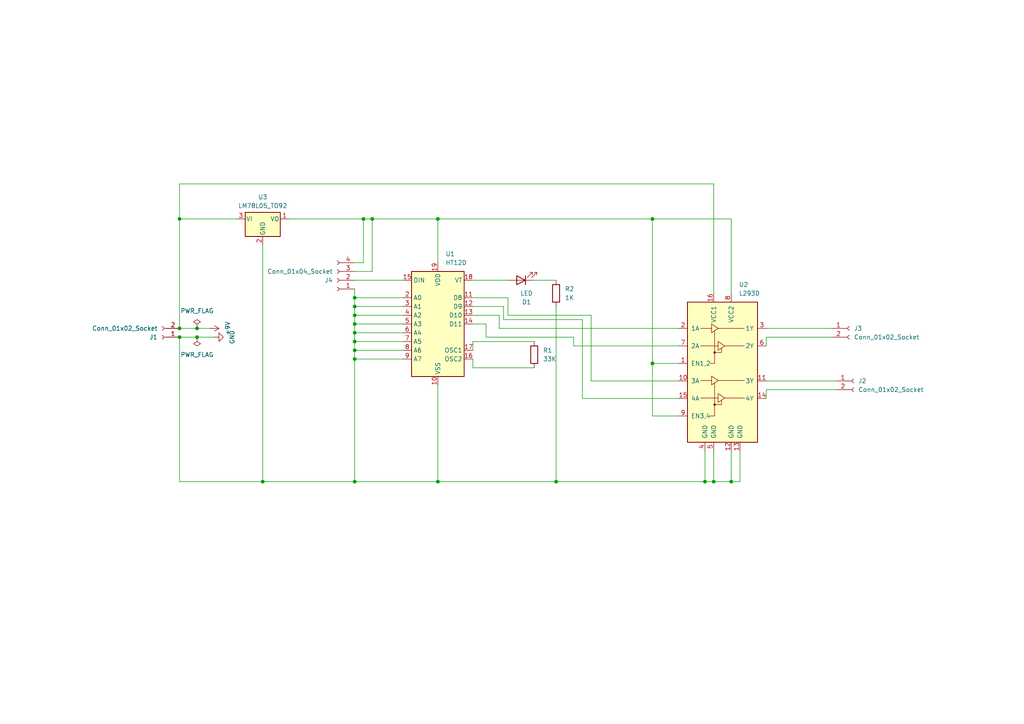
<source format=kicad_sch>
(kicad_sch (version 20231120) (generator "eeschema") (generator_version "8.0")
  (paper "A4")
  (lib_symbols
    (symbol "Connector:Conn_01x02_Socket" (pin_names (offset 1.016) hide)
      (property "Reference" "J" (at 0 2.54 0))
      (property "Value" "Conn_01x02_Socket" (at 0 -5.08 0))
      (symbol "Conn_01x02_Socket_1_1"
        (arc (start 0 -2.032) (mid -0.5058 -2.54) (end 0 -3.048) (stroke (width 0.1524)))
        (polyline (pts (xy -1.27 -2.54) (xy -0.508 -2.54)) (stroke (width 0.1524)))
        (polyline (pts (xy -1.27 0) (xy -0.508 0)) (stroke (width 0.1524)))
        (arc (start 0 0.508) (mid -0.5058 0) (end 0 -0.508) (stroke (width 0.1524)))
        (pin passive line (at -5.08 0 0) (length 3.81) (name "Pin_1") (number "1"))
        (pin passive line (at -5.08 -2.54 0) (length 3.81) (name "Pin_2") (number "2"))
      )
    )
    (symbol "Connector:Conn_01x04_Socket" (pin_names (offset 1.016) hide)
      (property "Reference" "J" (at 0 5.08 0))
      (property "Value" "Conn_01x04_Socket" (at 0 -7.62 0))
      (symbol "Conn_01x04_Socket_1_1"
        (arc (start 0 -4.572) (mid -0.5058 -5.08) (end 0 -5.588) (stroke (width 0.1524)))
        (arc (start 0 -2.032) (mid -0.5058 -2.54) (end 0 -3.048) (stroke (width 0.1524)))
        (polyline (pts (xy -1.27 -5.08) (xy -0.508 -5.08)) (stroke (width 0.1524)))
        (polyline (pts (xy -1.27 -2.54) (xy -0.508 -2.54)) (stroke (width 0.1524)))
        (polyline (pts (xy -1.27 0) (xy -0.508 0)) (stroke (width 0.1524)))
        (polyline (pts (xy -1.27 2.54) (xy -0.508 2.54)) (stroke (width 0.1524)))
        (arc (start 0 0.508) (mid -0.5058 0) (end 0 -0.508) (stroke (width 0.1524)))
        (arc (start 0 3.048) (mid -0.5058 2.54) (end 0 2.032) (stroke (width 0.1524)))
        (pin passive line (at -5.08 2.54 0) (length 3.81) (name "Pin_1") (number "1"))
        (pin passive line (at -5.08 0 0) (length 3.81) (name "Pin_2") (number "2"))
        (pin passive line (at -5.08 -2.54 0) (length 3.81) (name "Pin_3") (number "3"))
        (pin passive line (at -5.08 -5.08 0) (length 3.81) (name "Pin_4") (number "4"))
      )
    )
    (symbol "Device:LED" (pin_numbers hide) (pin_names (offset 1.016) hide)
      (property "Reference" "D" (at 0 2.54 0))
      (property "Value" "LED" (at 0 -2.54 0))
      (symbol "LED_0_1"
        (polyline (pts (xy -1.27 -1.27) (xy -1.27 1.27)) (stroke (width 0.254)))
        (polyline (pts (xy -1.27 0) (xy 1.27 0)))
        (polyline (pts (xy 1.27 -1.27) (xy 1.27 1.27) (xy -1.27 0) (xy 1.27 -1.27)) (stroke (width 0.254)))
        (polyline (pts (xy -3.048 -0.762) (xy -4.572 -2.286) (xy -3.81 -2.286) (xy -4.572 -2.286) (xy -4.572 -1.524)))
        (polyline (pts (xy -1.778 -0.762) (xy -3.302 -2.286) (xy -2.54 -2.286) (xy -3.302 -2.286) (xy -3.302 -1.524)))
      )
      (symbol "LED_1_1"
        (pin passive line (at -3.81 0 0) (length 2.54) (name "K") (number "1"))
        (pin passive line (at 3.81 0 180) (length 2.54) (name "A") (number "2"))
      )
    )
    (symbol "Device:R" (pin_numbers hide) (pin_names (offset 0))
      (property "Reference" "R" (at 2.032 0 90))
      (property "Value" "R" (at 0 0 90))
      (symbol "R_0_1"
        (rectangle (start -1.016 -2.54) (end 1.016 2.54) (stroke (width 0.254)))
      )
      (symbol "R_1_1"
        (pin passive line (at 0 3.81 270) (length 1.27) (name "~") (number "1"))
        (pin passive line (at 0 -3.81 90) (length 1.27) (name "~") (number "2"))
      )
    )
    (symbol "Driver_Motor:L293D" (pin_names (offset 1.016))
      (property "Reference" "U" (at -5.08 26.035 0))
      (property "Value" "L293D" (at -5.08 24.13 0))
      (symbol "L293D_0_1"
        (rectangle (start -10.16 22.86) (end 10.16 -17.78) (stroke (width 0.254)) (fill (type background)))
        (circle (center -2.286 -6.858) (radius 0.254) (fill (type outline)))
        (circle (center -2.286 8.255) (radius 0.254) (fill (type outline)))
        (polyline (pts (xy -6.35 -4.953) (xy -1.27 -4.953)))
        (polyline (pts (xy -6.35 0.127) (xy -3.175 0.127)))
        (polyline (pts (xy -6.35 10.16) (xy -1.27 10.16)))
        (polyline (pts (xy -6.35 15.24) (xy -3.175 15.24)))
        (polyline (pts (xy -1.27 0.127) (xy 6.35 0.127)))
        (polyline (pts (xy -1.27 15.24) (xy 6.35 15.24)))
        (polyline (pts (xy 0.635 -4.953) (xy 6.35 -4.953)))
        (polyline (pts (xy 0.635 10.16) (xy 6.35 10.16)))
        (polyline (pts (xy -2.286 -6.858) (xy -0.254 -6.858) (xy -0.254 -5.588)))
        (polyline (pts (xy -2.286 -0.635) (xy -2.286 -10.16) (xy -3.556 -10.16)))
        (polyline (pts (xy -2.286 8.255) (xy -0.254 8.255) (xy -0.254 9.525)))
        (polyline (pts (xy -2.286 14.478) (xy -2.286 5.08) (xy -3.556 5.08)))
        (polyline (pts (xy -3.175 1.397) (xy -3.175 -1.143) (xy -1.27 0.127) (xy -3.175 1.397)))
        (polyline (pts (xy -3.175 16.51) (xy -3.175 13.97) (xy -1.27 15.24) (xy -3.175 16.51)))
        (polyline (pts (xy -1.27 -3.683) (xy -1.27 -6.223) (xy 0.635 -4.953) (xy -1.27 -3.683)))
        (polyline (pts (xy -1.27 11.43) (xy -1.27 8.89) (xy 0.635 10.16) (xy -1.27 11.43)))
      )
      (symbol "L293D_1_1"
        (pin input line (at -12.7 5.08 0) (length 2.54) (name "EN1,2") (number "1"))
        (pin input line (at -12.7 0 0) (length 2.54) (name "3A") (number "10"))
        (pin output line (at 12.7 0 180) (length 2.54) (name "3Y") (number "11"))
        (pin power_in line (at 2.54 -20.32 90) (length 2.54) (name "GND") (number "12"))
        (pin power_in line (at 5.08 -20.32 90) (length 2.54) (name "GND") (number "13"))
        (pin output line (at 12.7 -5.08 180) (length 2.54) (name "4Y") (number "14"))
        (pin input line (at -12.7 -5.08 0) (length 2.54) (name "4A") (number "15"))
        (pin power_in line (at -2.54 25.4 270) (length 2.54) (name "VCC1") (number "16"))
        (pin input line (at -12.7 15.24 0) (length 2.54) (name "1A") (number "2"))
        (pin output line (at 12.7 15.24 180) (length 2.54) (name "1Y") (number "3"))
        (pin power_in line (at -5.08 -20.32 90) (length 2.54) (name "GND") (number "4"))
        (pin power_in line (at -2.54 -20.32 90) (length 2.54) (name "GND") (number "5"))
        (pin output line (at 12.7 10.16 180) (length 2.54) (name "2Y") (number "6"))
        (pin input line (at -12.7 10.16 0) (length 2.54) (name "2A") (number "7"))
        (pin power_in line (at 2.54 25.4 270) (length 2.54) (name "VCC2") (number "8"))
        (pin input line (at -12.7 -10.16 0) (length 2.54) (name "EN3,4") (number "9"))
      )
    )
    (symbol "Interface:HT12D"
      (property "Reference" "U" (at -6.35 16.51 0))
      (property "Value" "HT12D" (at 6.35 16.51 0))
      (symbol "HT12D_1_1"
        (rectangle (start -7.62 15.24) (end 7.62 -15.24) (stroke (width 0.254)) (fill (type background)))
        (pin no_connect line (at 7.62 -2.54 180) (length 2.54) hide (name "NC") (number "1"))
        (pin power_in line (at 0 -17.78 90) (length 2.54) (name "VSS") (number "10"))
        (pin output line (at 10.16 7.62 180) (length 2.54) (name "D8") (number "11"))
        (pin output line (at 10.16 5.08 180) (length 2.54) (name "D9") (number "12"))
        (pin output line (at 10.16 2.54 180) (length 2.54) (name "D10") (number "13"))
        (pin output line (at 10.16 0 180) (length 2.54) (name "D11") (number "14"))
        (pin input line (at -10.16 12.7 0) (length 2.54) (name "DIN") (number "15"))
        (pin output line (at 10.16 -10.16 180) (length 2.54) (name "OSC2") (number "16"))
        (pin input line (at 10.16 -7.62 180) (length 2.54) (name "OSC1") (number "17"))
        (pin output line (at 10.16 12.7 180) (length 2.54) (name "VT") (number "18"))
        (pin power_in line (at 0 17.78 270) (length 2.54) (name "VDD") (number "19"))
        (pin input line (at -10.16 7.62 0) (length 2.54) (name "A0") (number "2"))
        (pin no_connect line (at 7.62 -5.08 180) (length 2.54) hide (name "NC") (number "20"))
        (pin input line (at -10.16 5.08 0) (length 2.54) (name "A1") (number "3"))
        (pin input line (at -10.16 2.54 0) (length 2.54) (name "A2") (number "4"))
        (pin input line (at -10.16 0 0) (length 2.54) (name "A3") (number "5"))
        (pin input line (at -10.16 -2.54 0) (length 2.54) (name "A4") (number "6"))
        (pin input line (at -10.16 -5.08 0) (length 2.54) (name "A5") (number "7"))
        (pin input line (at -10.16 -7.62 0) (length 2.54) (name "A6") (number "8"))
        (pin input line (at -10.16 -10.16 0) (length 2.54) (name "A7") (number "9"))
      )
    )
    (symbol "Regulator_Linear:LM78L05_TO92" (pin_names (offset 0.254))
      (property "Reference" "U" (at -3.81 3.175 0))
      (property "Value" "LM78L05_TO92" (at 0 3.175 0))
      (symbol "LM78L05_TO92_0_1"
        (rectangle (start -5.08 -5.08) (end 5.08 1.905) (stroke (width 0.254)) (fill (type background)))
      )
      (symbol "LM78L05_TO92_1_1"
        (pin power_out line (at 7.62 0 180) (length 2.54) (name "VO") (number "1"))
        (pin power_in line (at 0 -7.62 90) (length 2.54) (name "GND") (number "2"))
        (pin power_in line (at -7.62 0 0) (length 2.54) (name "VI") (number "3"))
      )
    )
    (symbol "power:+9V" (power) (pin_numbers hide) (pin_names (offset 0) hide)
      (property "Value" "+9V" (at 0 3.556 0))
      (symbol "+9V_0_1"
        (polyline (pts (xy -0.762 1.27) (xy 0 2.54)))
        (polyline (pts (xy 0 0) (xy 0 2.54)))
        (polyline (pts (xy 0 2.54) (xy 0.762 1.27)))
      )
      (symbol "+9V_1_1"
        (pin power_in line (at 0 0 90) (length 0) (name "~") (number "1"))
      )
    )
    (symbol "power:GND" (power) (pin_numbers hide) (pin_names (offset 0) hide)
      (property "Value" "GND" (at 0 -3.81 0))
      (symbol "GND_0_1"
        (polyline (pts (xy 0 0) (xy 0 -1.27) (xy 1.27 -1.27) (xy 0 -2.54) (xy -1.27 -1.27) (xy 0 -1.27)))
      )
      (symbol "GND_1_1"
        (pin power_in line (at 0 0 270) (length 0) (name "~") (number "1"))
      )
    )
    (symbol "power:PWR_FLAG" (power) (pin_numbers hide) (pin_names (offset 0) hide)
      (property "Value" "PWR_FLAG" (at 0 3.81 0))
      (symbol "PWR_FLAG_0_0"
        (pin power_out line (at 0 0 90) (length 0) (name "~") (number "1"))
      )
      (symbol "PWR_FLAG_0_1"
        (polyline (pts (xy 0 0) (xy 0 1.27) (xy -1.016 1.905) (xy 0 2.54) (xy 1.016 1.905) (xy 0 1.27)))
      )
    )
  )
  (junction (at 102.87 99.06))
  (junction (at 107.95 63.5))
  (junction (at 189.23 105.41))
  (junction (at 102.87 86.36))
  (junction (at 102.87 96.52))
  (junction (at 102.87 139.7))
  (junction (at 57.15 97.79))
  (junction (at 105.41 63.5))
  (junction (at 52.07 97.79))
  (junction (at 52.07 63.5))
  (junction (at 189.23 63.5))
  (junction (at 52.07 95.25))
  (junction (at 57.15 95.25))
  (junction (at 102.87 104.14))
  (junction (at 212.09 139.7))
  (junction (at 102.87 88.9))
  (junction (at 102.87 91.44))
  (junction (at 76.2 139.7))
  (junction (at 204.47 139.7))
  (junction (at 102.87 93.98))
  (junction (at 207.01 139.7))
  (junction (at 161.29 139.7))
  (junction (at 102.87 101.6))
  (junction (at 127 139.7))
  (junction (at 127 63.5))
  (wire (pts (xy 62.23 97.79) (xy 57.15 97.79)))
  (wire (pts (xy 166.37 100.33) (xy 166.37 97.79)))
  (wire (pts (xy 57.15 97.79) (xy 52.07 97.79)))
  (wire (pts (xy 168.91 115.57) (xy 168.91 92.71)))
  (wire (pts (xy 196.85 110.49) (xy 171.45 110.49)))
  (wire (pts (xy 212.09 85.09) (xy 212.09 63.5)))
  (wire (pts (xy 102.87 83.82) (xy 102.87 86.36)))
  (wire (pts (xy 147.32 91.44) (xy 147.32 86.36)))
  (wire (pts (xy 76.2 139.7) (xy 52.07 139.7)))
  (wire (pts (xy 107.95 63.5) (xy 127 63.5)))
  (wire (pts (xy 140.97 93.98) (xy 137.16 93.98)))
  (wire (pts (xy 76.2 71.12) (xy 76.2 139.7)))
  (wire (pts (xy 207.01 139.7) (xy 204.47 139.7)))
  (wire (pts (xy 207.01 53.34) (xy 52.07 53.34)))
  (wire (pts (xy 166.37 97.79) (xy 140.97 97.79)))
  (wire (pts (xy 242.57 113.03) (xy 222.25 113.03)))
  (wire (pts (xy 189.23 63.5) (xy 127 63.5)))
  (wire (pts (xy 137.16 104.14) (xy 137.16 106.68)))
  (wire (pts (xy 147.32 81.28) (xy 137.16 81.28)))
  (wire (pts (xy 212.09 63.5) (xy 189.23 63.5)))
  (wire (pts (xy 196.85 100.33) (xy 166.37 100.33)))
  (wire (pts (xy 146.05 92.71) (xy 146.05 88.9)))
  (wire (pts (xy 212.09 130.81) (xy 212.09 139.7)))
  (wire (pts (xy 144.78 91.44) (xy 137.16 91.44)))
  (wire (pts (xy 102.87 96.52) (xy 102.87 99.06)))
  (wire (pts (xy 212.09 139.7) (xy 207.01 139.7)))
  (wire (pts (xy 241.3 97.79) (xy 222.25 97.79)))
  (wire (pts (xy 52.07 53.34) (xy 52.07 63.5)))
  (wire (pts (xy 222.25 113.03) (xy 222.25 115.57)))
  (wire (pts (xy 189.23 105.41) (xy 189.23 63.5)))
  (wire (pts (xy 102.87 93.98) (xy 102.87 96.52)))
  (wire (pts (xy 102.87 104.14) (xy 102.87 139.7)))
  (wire (pts (xy 116.84 99.06) (xy 102.87 99.06)))
  (wire (pts (xy 161.29 88.9) (xy 161.29 139.7)))
  (wire (pts (xy 196.85 120.65) (xy 189.23 120.65)))
  (wire (pts (xy 107.95 78.74) (xy 107.95 63.5)))
  (wire (pts (xy 214.63 139.7) (xy 212.09 139.7)))
  (wire (pts (xy 102.87 104.14) (xy 116.84 104.14)))
  (wire (pts (xy 57.15 95.25) (xy 52.07 95.25)))
  (wire (pts (xy 137.16 106.68) (xy 154.94 106.68)))
  (wire (pts (xy 196.85 115.57) (xy 168.91 115.57)))
  (wire (pts (xy 204.47 139.7) (xy 161.29 139.7)))
  (wire (pts (xy 83.82 63.5) (xy 105.41 63.5)))
  (wire (pts (xy 127 111.76) (xy 127 139.7)))
  (wire (pts (xy 137.16 99.06) (xy 137.16 101.6)))
  (wire (pts (xy 144.78 95.25) (xy 144.78 91.44)))
  (wire (pts (xy 127 63.5) (xy 127 76.2)))
  (wire (pts (xy 161.29 139.7) (xy 127 139.7)))
  (wire (pts (xy 102.87 86.36) (xy 116.84 86.36)))
  (wire (pts (xy 222.25 95.25) (xy 241.3 95.25)))
  (wire (pts (xy 204.47 130.81) (xy 204.47 139.7)))
  (wire (pts (xy 189.23 120.65) (xy 189.23 105.41)))
  (wire (pts (xy 171.45 110.49) (xy 171.45 91.44)))
  (wire (pts (xy 222.25 97.79) (xy 222.25 100.33)))
  (wire (pts (xy 207.01 130.81) (xy 207.01 139.7)))
  (wire (pts (xy 196.85 95.25) (xy 144.78 95.25)))
  (wire (pts (xy 168.91 92.71) (xy 146.05 92.71)))
  (wire (pts (xy 105.41 63.5) (xy 107.95 63.5)))
  (wire (pts (xy 147.32 86.36) (xy 137.16 86.36)))
  (wire (pts (xy 146.05 88.9) (xy 137.16 88.9)))
  (wire (pts (xy 68.58 63.5) (xy 52.07 63.5)))
  (wire (pts (xy 171.45 91.44) (xy 147.32 91.44)))
  (wire (pts (xy 102.87 96.52) (xy 116.84 96.52)))
  (wire (pts (xy 102.87 99.06) (xy 102.87 101.6)))
  (wire (pts (xy 222.25 110.49) (xy 242.57 110.49)))
  (wire (pts (xy 116.84 93.98) (xy 102.87 93.98)))
  (wire (pts (xy 161.29 81.28) (xy 154.94 81.28)))
  (wire (pts (xy 102.87 101.6) (xy 102.87 104.14)))
  (wire (pts (xy 102.87 81.28) (xy 116.84 81.28)))
  (wire (pts (xy 154.94 99.06) (xy 137.16 99.06)))
  (wire (pts (xy 102.87 91.44) (xy 116.84 91.44)))
  (wire (pts (xy 102.87 78.74) (xy 107.95 78.74)))
  (wire (pts (xy 207.01 85.09) (xy 207.01 53.34)))
  (wire (pts (xy 127 139.7) (xy 102.87 139.7)))
  (wire (pts (xy 102.87 88.9) (xy 116.84 88.9)))
  (wire (pts (xy 102.87 91.44) (xy 102.87 93.98)))
  (wire (pts (xy 102.87 76.2) (xy 105.41 76.2)))
  (wire (pts (xy 140.97 97.79) (xy 140.97 93.98)))
  (wire (pts (xy 52.07 63.5) (xy 52.07 95.25)))
  (wire (pts (xy 102.87 139.7) (xy 76.2 139.7)))
  (wire (pts (xy 102.87 88.9) (xy 102.87 91.44)))
  (wire (pts (xy 60.96 95.25) (xy 57.15 95.25)))
  (wire (pts (xy 214.63 130.81) (xy 214.63 139.7)))
  (wire (pts (xy 102.87 101.6) (xy 116.84 101.6)))
  (wire (pts (xy 105.41 76.2) (xy 105.41 63.5)))
  (wire (pts (xy 102.87 86.36) (xy 102.87 88.9)))
  (wire (pts (xy 196.85 105.41) (xy 189.23 105.41)))
  (wire (pts (xy 52.07 139.7) (xy 52.07 97.79)))
  (symbol (lib_id "Device:R") (at 154.94 102.87 0) (unit 1)
    (property "Reference" "R1" (at 157.48 101.5999 0) (effects (justify left)))
    (property "Value" "33K" (at 157.48 104.1399 0) (effects (justify left)))
    (property "Footprint" "Resistor_THT:R_Axial_DIN0207_L6.3mm_D2.5mm_P10.16mm_Horizontal" (effects (hide yes)))
    (property "Description" "Resistor" (effects (hide yes)))
  )
  (symbol (lib_id "power:PWR_FLAG") (at 57.15 95.25 0) (unit 1)
    (property "Reference" "#FLG01" (effects (hide yes)))
    (property "Value" "PWR_FLAG" (at 57.15 90.17 0))
    (property "Description" "Special symbol for telling ERC where power comes from" (effects (hide yes)))
  )
  (symbol (lib_id "Device:LED") (at 151.13 81.28 180) (unit 1)
    (property "Reference" "D1" (at 152.7175 87.63 0))
    (property "Value" "LED" (at 152.7175 85.09 0))
    (property "Footprint" "LED_THT:LED_D5.0mm" (effects (hide yes)))
    (property "Description" "Light emitting diode" (effects (hide yes)))
  )
  (symbol (lib_id "Device:R") (at 161.29 85.09 0) (unit 1)
    (property "Reference" "R2" (at 163.83 83.8199 0) (effects (justify left)))
    (property "Value" "1K" (at 163.83 86.3599 0) (effects (justify left)))
    (property "Footprint" "Resistor_THT:R_Axial_DIN0207_L6.3mm_D2.5mm_P10.16mm_Horizontal" (effects (hide yes)))
    (property "Description" "Resistor" (effects (hide yes)))
  )
  (symbol (lib_id "power:PWR_FLAG") (at 57.15 97.79 180) (unit 1)
    (property "Reference" "#FLG02" (effects (hide yes)))
    (property "Value" "PWR_FLAG" (at 57.15 102.87 0))
    (property "Description" "Special symbol for telling ERC where power comes from" (effects (hide yes)))
  )
  (symbol (lib_id "Interface:HT12D") (at 127 93.98 0) (unit 1)
    (property "Reference" "U1" (at 129.1941 73.66 0) (effects (justify left)))
    (property "Value" "HT12D" (at 129.1941 76.2 0) (effects (justify left)))
    (property "Footprint" "Package_SO:SOP-20_7.5x12.8mm_P1.27mm" (effects (hide yes)))
    (property "Datasheet" "https://www.holtek.com/documents/10179/116711/2_12dv120.pdf" (effects (hide yes)))
    (property "Description" "2^12 serial decoder, SOP-20" (effects (hide yes)))
  )
  (symbol (lib_id "Connector:Conn_01x02_Socket") (at 247.65 110.49 0) (unit 1)
    (property "Reference" "J2" (at 248.92 110.4899 0) (effects (justify left)))
    (property "Value" "Conn_01x02_Socket" (at 248.92 113.0299 0) (effects (justify left)))
    (property "Footprint" "Connector_PinSocket_2.54mm:PinSocket_1x02_P2.54mm_Vertical" (effects (hide yes)))
    (property "Description" "Generic connector, single row, 01x02, script generated" (effects (hide yes)))
  )
  (symbol (lib_id "Regulator_Linear:LM78L05_TO92") (at 76.2 63.5 0) (unit 1)
    (property "Reference" "U3" (at 76.2 57.15 0))
    (property "Value" "LM78L05_TO92" (at 76.2 59.69 0))
    (property "Footprint" "Package_TO_SOT_THT:TO-92_Inline" (effects (hide yes)))
    (property "Datasheet" "https://www.onsemi.com/pub/Collateral/MC78L06A-D.pdf" (effects (hide yes)))
    (property "Description" "Positive 100mA 30V Linear Regulator, Fixed Output 5V, TO-92" (effects (hide yes)))
  )
  (symbol (lib_id "Connector:Conn_01x02_Socket") (at 46.99 97.79 180) (unit 1)
    (property "Reference" "J1" (at 45.72 97.7901 0) (effects (justify left)))
    (property "Value" "Conn_01x02_Socket" (at 45.72 95.2501 0) (effects (justify left)))
    (property "Footprint" "Connector_PinSocket_2.54mm:PinSocket_1x02_P2.54mm_Vertical" (effects (hide yes)))
    (property "Description" "Generic connector, single row, 01x02, script generated" (effects (hide yes)))
  )
  (symbol (lib_id "power:+9V") (at 60.96 95.25 270) (unit 1)
    (property "Reference" "#PWR01" (effects (hide yes)))
    (property "Value" "+9V" (at 66.04 95.25 0))
    (property "Description" "Power symbol creates a global label with name \"+9V\"" (effects (hide yes)))
  )
  (symbol (lib_id "Connector:Conn_01x02_Socket") (at 246.38 95.25 0) (unit 1)
    (property "Reference" "J3" (at 247.65 95.2499 0) (effects (justify left)))
    (property "Value" "Conn_01x02_Socket" (at 247.65 97.7899 0) (effects (justify left)))
    (property "Footprint" "Connector_PinSocket_2.54mm:PinSocket_1x02_P2.54mm_Vertical" (effects (hide yes)))
    (property "Description" "Generic connector, single row, 01x02, script generated" (effects (hide yes)))
  )
  (symbol (lib_id "power:GND") (at 62.23 97.79 90) (unit 1)
    (property "Reference" "#PWR02" (effects (hide yes)))
    (property "Value" "GND" (at 67.31 97.79 0))
    (property "Description" "Power symbol creates a global label with name \"GND\" , ground" (effects (hide yes)))
  )
  (symbol (lib_id "Driver_Motor:L293D") (at 209.55 110.49 0) (unit 1)
    (property "Reference" "U2" (at 214.2841 82.55 0) (effects (justify left)))
    (property "Value" "L293D" (at 214.2841 85.09 0) (effects (justify left)))
    (property "Footprint" "Package_DIP:DIP-16_W7.62mm" (effects (hide yes)))
    (property "Datasheet" "http://www.ti.com/lit/ds/symlink/l293.pdf" (effects (hide yes)))
    (property "Description" "Quadruple Half-H Drivers" (effects (hide yes)))
  )
  (symbol (lib_id "Connector:Conn_01x04_Socket") (at 97.79 81.28 180) (unit 1)
    (property "Reference" "J4" (at 96.52 81.2801 0) (effects (justify left)))
    (property "Value" "Conn_01x04_Socket" (at 96.52 78.7401 0) (effects (justify left)))
    (property "Footprint" "Connector_PinSocket_2.54mm:PinSocket_1x04_P2.54mm_Vertical" (effects (hide yes)))
    (property "Description" "Generic connector, single row, 01x04, script generated" (effects (hide yes)))
  )
)
</source>
